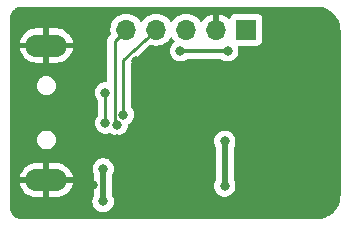
<source format=gbr>
%TF.GenerationSoftware,KiCad,Pcbnew,(7.0.0)*%
%TF.CreationDate,2023-02-23T15:33:30+08:00*%
%TF.ProjectId,CK,434b2e6b-6963-4616-945f-706362585858,rev?*%
%TF.SameCoordinates,Original*%
%TF.FileFunction,Copper,L2,Bot*%
%TF.FilePolarity,Positive*%
%FSLAX46Y46*%
G04 Gerber Fmt 4.6, Leading zero omitted, Abs format (unit mm)*
G04 Created by KiCad (PCBNEW (7.0.0)) date 2023-02-23 15:33:30*
%MOMM*%
%LPD*%
G01*
G04 APERTURE LIST*
%TA.AperFunction,ComponentPad*%
%ADD10R,1.700000X1.700000*%
%TD*%
%TA.AperFunction,ComponentPad*%
%ADD11O,1.700000X1.700000*%
%TD*%
%TA.AperFunction,ComponentPad*%
%ADD12O,3.500000X1.900000*%
%TD*%
%TA.AperFunction,ViaPad*%
%ADD13C,0.800000*%
%TD*%
%TA.AperFunction,Conductor*%
%ADD14C,0.250000*%
%TD*%
%TA.AperFunction,Conductor*%
%ADD15C,0.500000*%
%TD*%
%TA.AperFunction,Conductor*%
%ADD16C,0.300000*%
%TD*%
G04 APERTURE END LIST*
D10*
%TO.P,J2,1,Pin_1*%
%TO.N,/+3.3V*%
X112319999Y-98249999D03*
D11*
%TO.P,J2,2,Pin_2*%
%TO.N,/GND*%
X109779999Y-98249999D03*
%TO.P,J2,3,Pin_3*%
%TO.N,/DBG_TX*%
X107239999Y-98249999D03*
%TO.P,J2,4,Pin_4*%
%TO.N,/SWDCLK*%
X104699999Y-98249999D03*
%TO.P,J2,5,Pin_5*%
%TO.N,/SWDIO*%
X102159999Y-98249999D03*
%TD*%
D12*
%TO.P,J1,5,Shield*%
%TO.N,/GND*%
X95399999Y-99599999D03*
X95399999Y-110999999D03*
%TD*%
D13*
%TO.N,/GND*%
X99363000Y-111450000D03*
X106800000Y-112500000D03*
X103000000Y-100950000D03*
X106425000Y-104675000D03*
X104650000Y-104750000D03*
X106500000Y-102750000D03*
X104650000Y-102800000D03*
X109850000Y-105650000D03*
X108500000Y-108700000D03*
X107950000Y-106600000D03*
X103900000Y-111760000D03*
X97300000Y-113300000D03*
%TO.N,/+3.3V*%
X110500000Y-111500000D03*
X110500000Y-107700000D03*
X110750000Y-100050000D03*
X106750000Y-100050000D03*
%TO.N,/GND*%
X99800000Y-100250000D03*
X98100000Y-99900000D03*
X101400000Y-107550000D03*
%TO.N,/+5V_USB*%
X100200000Y-112800000D03*
X100212500Y-110037500D03*
%TO.N,/USB_DM*%
X100400000Y-106150000D03*
X100400000Y-103600000D03*
%TO.N,/SWDCLK*%
X101900000Y-105450000D03*
%TO.N,/SWDIO*%
X101386601Y-106310076D03*
%TD*%
D14*
%TO.N,/SWDIO*%
X101175000Y-99235000D02*
X101175000Y-106098475D01*
X102160000Y-98250000D02*
X101175000Y-99235000D01*
X101175000Y-106098475D02*
X101386601Y-106310076D01*
D15*
%TO.N,/+3.3V*%
X110500000Y-111500000D02*
X110500000Y-107700000D01*
D16*
X106750000Y-100050000D02*
X110750000Y-100050000D01*
D15*
%TO.N,/+5V_USB*%
X100212500Y-112787500D02*
X100200000Y-112800000D01*
X100212500Y-110037500D02*
X100212500Y-112787500D01*
D14*
%TO.N,/USB_DM*%
X100400000Y-103600000D02*
X100400000Y-106150000D01*
%TO.N,/SWDCLK*%
X101900000Y-105450000D02*
X101900000Y-100800000D01*
X101900000Y-100800000D02*
X104700000Y-98250000D01*
%TD*%
%TA.AperFunction,Conductor*%
%TO.N,/GND*%
G36*
X118304042Y-96300764D02*
G01*
X118383586Y-96305978D01*
X118383767Y-96305991D01*
X118561587Y-96318709D01*
X118576904Y-96320772D01*
X118688378Y-96342945D01*
X118690437Y-96343374D01*
X118830240Y-96373786D01*
X118843703Y-96377522D01*
X118957725Y-96416228D01*
X118961074Y-96417420D01*
X119088808Y-96465062D01*
X119100300Y-96470024D01*
X119210687Y-96524461D01*
X119215187Y-96526798D01*
X119332478Y-96590844D01*
X119341942Y-96596574D01*
X119445269Y-96665615D01*
X119450688Y-96669450D01*
X119556727Y-96748830D01*
X119564145Y-96754844D01*
X119657976Y-96837131D01*
X119663898Y-96842678D01*
X119757320Y-96936100D01*
X119762867Y-96942022D01*
X119845150Y-97035848D01*
X119851173Y-97043278D01*
X119877970Y-97079073D01*
X119930548Y-97149310D01*
X119934383Y-97154729D01*
X120003424Y-97258056D01*
X120009154Y-97267520D01*
X120073183Y-97384779D01*
X120075564Y-97389363D01*
X120129969Y-97499687D01*
X120134938Y-97511196D01*
X120182556Y-97638863D01*
X120183793Y-97642338D01*
X120222470Y-97756276D01*
X120226217Y-97769777D01*
X120256613Y-97909508D01*
X120257064Y-97911675D01*
X120279224Y-98023080D01*
X120281291Y-98038425D01*
X120293995Y-98216046D01*
X120294045Y-98216781D01*
X120299234Y-98295942D01*
X120299500Y-98304053D01*
X120299500Y-112295947D01*
X120299234Y-112304058D01*
X120294045Y-112383217D01*
X120293995Y-112383952D01*
X120281291Y-112561573D01*
X120279224Y-112576918D01*
X120257064Y-112688323D01*
X120256613Y-112690490D01*
X120226217Y-112830221D01*
X120222470Y-112843722D01*
X120183793Y-112957660D01*
X120182556Y-112961135D01*
X120134938Y-113088802D01*
X120129969Y-113100311D01*
X120075564Y-113210635D01*
X120073183Y-113215219D01*
X120009154Y-113332478D01*
X120003424Y-113341942D01*
X119934383Y-113445269D01*
X119930548Y-113450688D01*
X119851181Y-113556711D01*
X119845142Y-113564160D01*
X119762867Y-113657976D01*
X119757320Y-113663898D01*
X119663898Y-113757320D01*
X119657976Y-113762867D01*
X119564160Y-113845142D01*
X119556711Y-113851181D01*
X119450688Y-113930548D01*
X119445269Y-113934383D01*
X119341942Y-114003424D01*
X119332478Y-114009154D01*
X119215219Y-114073183D01*
X119210635Y-114075564D01*
X119100311Y-114129969D01*
X119088802Y-114134938D01*
X118961135Y-114182556D01*
X118957660Y-114183793D01*
X118843722Y-114222470D01*
X118830221Y-114226217D01*
X118690490Y-114256613D01*
X118688323Y-114257064D01*
X118576918Y-114279224D01*
X118561573Y-114281291D01*
X118383952Y-114293995D01*
X118383217Y-114294045D01*
X118304058Y-114299234D01*
X118295947Y-114299500D01*
X93305416Y-114299500D01*
X93294606Y-114299028D01*
X93292001Y-114298800D01*
X93255223Y-114295581D01*
X93253882Y-114295456D01*
X93128238Y-114283082D01*
X93108298Y-114279454D01*
X93043616Y-114262123D01*
X93039713Y-114261008D01*
X92948436Y-114233319D01*
X92932027Y-114227041D01*
X92866163Y-114196328D01*
X92860114Y-114193304D01*
X92780952Y-114150990D01*
X92768283Y-114143207D01*
X92707109Y-114100373D01*
X92699568Y-114094652D01*
X92631543Y-114038826D01*
X92622526Y-114030653D01*
X92569345Y-113977472D01*
X92561172Y-113968455D01*
X92505346Y-113900430D01*
X92499625Y-113892889D01*
X92456791Y-113831715D01*
X92449008Y-113819046D01*
X92416014Y-113757320D01*
X92406685Y-113739867D01*
X92403686Y-113733867D01*
X92372952Y-113667959D01*
X92366682Y-113651570D01*
X92338966Y-113560203D01*
X92337899Y-113556467D01*
X92320541Y-113491685D01*
X92316918Y-113471776D01*
X92304526Y-113345961D01*
X92304426Y-113344880D01*
X92300972Y-113305392D01*
X92300500Y-113294587D01*
X92300500Y-112800000D01*
X99294540Y-112800000D01*
X99295219Y-112806460D01*
X99313646Y-112981795D01*
X99313647Y-112981803D01*
X99314326Y-112988256D01*
X99316331Y-112994428D01*
X99316333Y-112994435D01*
X99350735Y-113100311D01*
X99372821Y-113168284D01*
X99467467Y-113332216D01*
X99594129Y-113472888D01*
X99599387Y-113476708D01*
X99599388Y-113476709D01*
X99655144Y-113517218D01*
X99747270Y-113584151D01*
X99920197Y-113661144D01*
X100105354Y-113700500D01*
X100288143Y-113700500D01*
X100294646Y-113700500D01*
X100479803Y-113661144D01*
X100652730Y-113584151D01*
X100805871Y-113472888D01*
X100932533Y-113332216D01*
X101027179Y-113168284D01*
X101085674Y-112988256D01*
X101105460Y-112800000D01*
X101085674Y-112611744D01*
X101027179Y-112431716D01*
X100979612Y-112349328D01*
X100963000Y-112287329D01*
X100963000Y-111500000D01*
X109594540Y-111500000D01*
X109595219Y-111506460D01*
X109613646Y-111681795D01*
X109613647Y-111681803D01*
X109614326Y-111688256D01*
X109616331Y-111694428D01*
X109616333Y-111694435D01*
X109647801Y-111791281D01*
X109672821Y-111868284D01*
X109676068Y-111873908D01*
X109676069Y-111873910D01*
X109742455Y-111988895D01*
X109767467Y-112032216D01*
X109894129Y-112172888D01*
X110047270Y-112284151D01*
X110220197Y-112361144D01*
X110405354Y-112400500D01*
X110588143Y-112400500D01*
X110594646Y-112400500D01*
X110779803Y-112361144D01*
X110952730Y-112284151D01*
X111105871Y-112172888D01*
X111232533Y-112032216D01*
X111327179Y-111868284D01*
X111385674Y-111688256D01*
X111405460Y-111500000D01*
X111385674Y-111311744D01*
X111327179Y-111131716D01*
X111267112Y-111027678D01*
X111250500Y-110965679D01*
X111250500Y-108234321D01*
X111267113Y-108172321D01*
X111327179Y-108068284D01*
X111385674Y-107888256D01*
X111405460Y-107700000D01*
X111385674Y-107511744D01*
X111327179Y-107331716D01*
X111232533Y-107167784D01*
X111125711Y-107049147D01*
X111110220Y-107031942D01*
X111110219Y-107031941D01*
X111105871Y-107027112D01*
X111100613Y-107023292D01*
X111100611Y-107023290D01*
X110957988Y-106919669D01*
X110957987Y-106919668D01*
X110952730Y-106915849D01*
X110946792Y-106913205D01*
X110785745Y-106841501D01*
X110785740Y-106841499D01*
X110779803Y-106838856D01*
X110773444Y-106837504D01*
X110773440Y-106837503D01*
X110601008Y-106800852D01*
X110601005Y-106800851D01*
X110594646Y-106799500D01*
X110405354Y-106799500D01*
X110398995Y-106800851D01*
X110398991Y-106800852D01*
X110226559Y-106837503D01*
X110226552Y-106837505D01*
X110220197Y-106838856D01*
X110214262Y-106841498D01*
X110214254Y-106841501D01*
X110053207Y-106913205D01*
X110053202Y-106913207D01*
X110047270Y-106915849D01*
X110042016Y-106919665D01*
X110042011Y-106919669D01*
X109899388Y-107023290D01*
X109899381Y-107023295D01*
X109894129Y-107027112D01*
X109889784Y-107031937D01*
X109889779Y-107031942D01*
X109771813Y-107162956D01*
X109771808Y-107162962D01*
X109767467Y-107167784D01*
X109764222Y-107173404D01*
X109764218Y-107173410D01*
X109676069Y-107326089D01*
X109676066Y-107326094D01*
X109672821Y-107331716D01*
X109670815Y-107337888D01*
X109670813Y-107337894D01*
X109616333Y-107505564D01*
X109616331Y-107505573D01*
X109614326Y-107511744D01*
X109613648Y-107518194D01*
X109613646Y-107518204D01*
X109595962Y-107686464D01*
X109594540Y-107700000D01*
X109595219Y-107706460D01*
X109613646Y-107881795D01*
X109613647Y-107881803D01*
X109614326Y-107888256D01*
X109616331Y-107894428D01*
X109616333Y-107894435D01*
X109636146Y-107955412D01*
X109672821Y-108068284D01*
X109676068Y-108073908D01*
X109676069Y-108073910D01*
X109732887Y-108172321D01*
X109749500Y-108234321D01*
X109749500Y-110965679D01*
X109732887Y-111027679D01*
X109676069Y-111126089D01*
X109676066Y-111126094D01*
X109672821Y-111131716D01*
X109670815Y-111137888D01*
X109670813Y-111137894D01*
X109616333Y-111305564D01*
X109616331Y-111305573D01*
X109614326Y-111311744D01*
X109613648Y-111318194D01*
X109613646Y-111318204D01*
X109595962Y-111486464D01*
X109594540Y-111500000D01*
X100963000Y-111500000D01*
X100963000Y-110571821D01*
X100979613Y-110509821D01*
X101031244Y-110420393D01*
X101039679Y-110405784D01*
X101098174Y-110225756D01*
X101117960Y-110037500D01*
X101098174Y-109849244D01*
X101039679Y-109669216D01*
X100945033Y-109505284D01*
X100818371Y-109364612D01*
X100813113Y-109360792D01*
X100813111Y-109360790D01*
X100670488Y-109257169D01*
X100670487Y-109257168D01*
X100665230Y-109253349D01*
X100659292Y-109250705D01*
X100498245Y-109179001D01*
X100498240Y-109178999D01*
X100492303Y-109176356D01*
X100485944Y-109175004D01*
X100485940Y-109175003D01*
X100313508Y-109138352D01*
X100313505Y-109138351D01*
X100307146Y-109137000D01*
X100117854Y-109137000D01*
X100111495Y-109138351D01*
X100111491Y-109138352D01*
X99939059Y-109175003D01*
X99939052Y-109175005D01*
X99932697Y-109176356D01*
X99926762Y-109178998D01*
X99926754Y-109179001D01*
X99765707Y-109250705D01*
X99765702Y-109250707D01*
X99759770Y-109253349D01*
X99754516Y-109257165D01*
X99754511Y-109257169D01*
X99611888Y-109360790D01*
X99611881Y-109360795D01*
X99606629Y-109364612D01*
X99602284Y-109369437D01*
X99602279Y-109369442D01*
X99484313Y-109500456D01*
X99484308Y-109500462D01*
X99479967Y-109505284D01*
X99476722Y-109510904D01*
X99476718Y-109510910D01*
X99388569Y-109663589D01*
X99388566Y-109663594D01*
X99385321Y-109669216D01*
X99383315Y-109675388D01*
X99383313Y-109675394D01*
X99328833Y-109843064D01*
X99328831Y-109843073D01*
X99326826Y-109849244D01*
X99326148Y-109855694D01*
X99326146Y-109855704D01*
X99309814Y-110011104D01*
X99307040Y-110037500D01*
X99307719Y-110043960D01*
X99326146Y-110219295D01*
X99326147Y-110219303D01*
X99326826Y-110225756D01*
X99328831Y-110231928D01*
X99328833Y-110231935D01*
X99383313Y-110399605D01*
X99385321Y-110405784D01*
X99388568Y-110411408D01*
X99388569Y-110411410D01*
X99445387Y-110509821D01*
X99462000Y-110571821D01*
X99462000Y-112244028D01*
X99445387Y-112306028D01*
X99376069Y-112426089D01*
X99376066Y-112426094D01*
X99372821Y-112431716D01*
X99370815Y-112437888D01*
X99370813Y-112437894D01*
X99316333Y-112605564D01*
X99316331Y-112605573D01*
X99314326Y-112611744D01*
X99313648Y-112618194D01*
X99313646Y-112618204D01*
X99295962Y-112786464D01*
X99294540Y-112800000D01*
X92300500Y-112800000D01*
X92300500Y-111263320D01*
X93173891Y-111263320D01*
X93188708Y-111352116D01*
X93191219Y-111362027D01*
X93265913Y-111579606D01*
X93270016Y-111588960D01*
X93379507Y-111791281D01*
X93385101Y-111799843D01*
X93526394Y-111981375D01*
X93533315Y-111988895D01*
X93702570Y-112144705D01*
X93710627Y-112150976D01*
X93903222Y-112276804D01*
X93912205Y-112281666D01*
X94122875Y-112374074D01*
X94132542Y-112377393D01*
X94355544Y-112433865D01*
X94365639Y-112435549D01*
X94537466Y-112449787D01*
X94542603Y-112450000D01*
X95133674Y-112450000D01*
X95146549Y-112446549D01*
X95150000Y-112433674D01*
X95650000Y-112433674D01*
X95653450Y-112446549D01*
X95666326Y-112450000D01*
X96257397Y-112450000D01*
X96262533Y-112449787D01*
X96434360Y-112435549D01*
X96444455Y-112433865D01*
X96667457Y-112377393D01*
X96677124Y-112374074D01*
X96887794Y-112281666D01*
X96896777Y-112276804D01*
X97089372Y-112150976D01*
X97097429Y-112144705D01*
X97266684Y-111988895D01*
X97273605Y-111981375D01*
X97414898Y-111799843D01*
X97420492Y-111791281D01*
X97529983Y-111588960D01*
X97534086Y-111579606D01*
X97608780Y-111362027D01*
X97611291Y-111352116D01*
X97626108Y-111263320D01*
X97625541Y-111252363D01*
X97614824Y-111250000D01*
X95666326Y-111250000D01*
X95653450Y-111253450D01*
X95650000Y-111266326D01*
X95650000Y-112433674D01*
X95150000Y-112433674D01*
X95150000Y-111266326D01*
X95146549Y-111253450D01*
X95133674Y-111250000D01*
X93185176Y-111250000D01*
X93174458Y-111252363D01*
X93173891Y-111263320D01*
X92300500Y-111263320D01*
X92300500Y-110736679D01*
X93173891Y-110736679D01*
X93174458Y-110747636D01*
X93185176Y-110750000D01*
X95133674Y-110750000D01*
X95146549Y-110746549D01*
X95150000Y-110733674D01*
X95650000Y-110733674D01*
X95653450Y-110746549D01*
X95666326Y-110750000D01*
X97614824Y-110750000D01*
X97625541Y-110747636D01*
X97626108Y-110736679D01*
X97611291Y-110647883D01*
X97608780Y-110637972D01*
X97534086Y-110420393D01*
X97529983Y-110411039D01*
X97420492Y-110208718D01*
X97414898Y-110200156D01*
X97273605Y-110018624D01*
X97266684Y-110011104D01*
X97097429Y-109855294D01*
X97089372Y-109849023D01*
X96896777Y-109723195D01*
X96887794Y-109718333D01*
X96677124Y-109625925D01*
X96667457Y-109622606D01*
X96444455Y-109566134D01*
X96434360Y-109564450D01*
X96262533Y-109550212D01*
X96257397Y-109550000D01*
X95666326Y-109550000D01*
X95653450Y-109553450D01*
X95650000Y-109566326D01*
X95650000Y-110733674D01*
X95150000Y-110733674D01*
X95150000Y-109566326D01*
X95146549Y-109553450D01*
X95133674Y-109550000D01*
X94542603Y-109550000D01*
X94537466Y-109550212D01*
X94365639Y-109564450D01*
X94355544Y-109566134D01*
X94132542Y-109622606D01*
X94122875Y-109625925D01*
X93912205Y-109718333D01*
X93903222Y-109723195D01*
X93710627Y-109849023D01*
X93702570Y-109855294D01*
X93533315Y-110011104D01*
X93526394Y-110018624D01*
X93385101Y-110200156D01*
X93379507Y-110208718D01*
X93270016Y-110411039D01*
X93265913Y-110420393D01*
X93191219Y-110637972D01*
X93188708Y-110647883D01*
X93173891Y-110736679D01*
X92300500Y-110736679D01*
X92300500Y-107600000D01*
X94594435Y-107600000D01*
X94614632Y-107779255D01*
X94616928Y-107785819D01*
X94616930Y-107785824D01*
X94650512Y-107881795D01*
X94674211Y-107949522D01*
X94770184Y-108102262D01*
X94897738Y-108229816D01*
X95050478Y-108325789D01*
X95220745Y-108385368D01*
X95355046Y-108400500D01*
X95441470Y-108400500D01*
X95444954Y-108400500D01*
X95579255Y-108385368D01*
X95749522Y-108325789D01*
X95902262Y-108229816D01*
X96029816Y-108102262D01*
X96125789Y-107949522D01*
X96185368Y-107779255D01*
X96205565Y-107600000D01*
X96185368Y-107420745D01*
X96125789Y-107250478D01*
X96029816Y-107097738D01*
X95902262Y-106970184D01*
X95749522Y-106874211D01*
X95742959Y-106871914D01*
X95742956Y-106871913D01*
X95585825Y-106816931D01*
X95579255Y-106814632D01*
X95572333Y-106813852D01*
X95448418Y-106799890D01*
X95448412Y-106799889D01*
X95444954Y-106799500D01*
X95355046Y-106799500D01*
X95351588Y-106799889D01*
X95351581Y-106799890D01*
X95227666Y-106813852D01*
X95227664Y-106813852D01*
X95220745Y-106814632D01*
X95214176Y-106816930D01*
X95214174Y-106816931D01*
X95057043Y-106871913D01*
X95057036Y-106871915D01*
X95050478Y-106874211D01*
X95044590Y-106877910D01*
X95044587Y-106877912D01*
X94903638Y-106966476D01*
X94903633Y-106966479D01*
X94897738Y-106970184D01*
X94892813Y-106975108D01*
X94892809Y-106975112D01*
X94775112Y-107092809D01*
X94775108Y-107092813D01*
X94770184Y-107097738D01*
X94766479Y-107103633D01*
X94766476Y-107103638D01*
X94677912Y-107244587D01*
X94677910Y-107244590D01*
X94674211Y-107250478D01*
X94671915Y-107257036D01*
X94671913Y-107257043D01*
X94616930Y-107414175D01*
X94616928Y-107414182D01*
X94614632Y-107420745D01*
X94594435Y-107600000D01*
X92300500Y-107600000D01*
X92300500Y-106150000D01*
X99494540Y-106150000D01*
X99495219Y-106156460D01*
X99513646Y-106331795D01*
X99513647Y-106331803D01*
X99514326Y-106338256D01*
X99516331Y-106344428D01*
X99516333Y-106344435D01*
X99566338Y-106498332D01*
X99572821Y-106518284D01*
X99667467Y-106682216D01*
X99671811Y-106687041D01*
X99671813Y-106687043D01*
X99785993Y-106813852D01*
X99794129Y-106822888D01*
X99947270Y-106934151D01*
X100120197Y-107011144D01*
X100305354Y-107050500D01*
X100488143Y-107050500D01*
X100494646Y-107050500D01*
X100679803Y-107011144D01*
X100701027Y-107001693D01*
X100764424Y-106991652D01*
X100824349Y-107014655D01*
X100933871Y-107094227D01*
X101106798Y-107171220D01*
X101291955Y-107210576D01*
X101474744Y-107210576D01*
X101481247Y-107210576D01*
X101666404Y-107171220D01*
X101839331Y-107094227D01*
X101992472Y-106982964D01*
X102119134Y-106842292D01*
X102213780Y-106678360D01*
X102272275Y-106498332D01*
X102290121Y-106328532D01*
X102309447Y-106273960D01*
X102350221Y-106235267D01*
X102352730Y-106234151D01*
X102505871Y-106122888D01*
X102632533Y-105982216D01*
X102727179Y-105818284D01*
X102785674Y-105638256D01*
X102805460Y-105450000D01*
X102785674Y-105261744D01*
X102727179Y-105081716D01*
X102632533Y-104917784D01*
X102557349Y-104834284D01*
X102533736Y-104795751D01*
X102525500Y-104751313D01*
X102525500Y-101131158D01*
X102536078Y-101081044D01*
X102566007Y-101039480D01*
X102938220Y-100700500D01*
X104181460Y-99568263D01*
X104235661Y-99539452D01*
X104297039Y-99540167D01*
X104464592Y-99585063D01*
X104700000Y-99605659D01*
X104935408Y-99585063D01*
X105163663Y-99523903D01*
X105377830Y-99424035D01*
X105571401Y-99288495D01*
X105738495Y-99121401D01*
X105868426Y-98935839D01*
X105912742Y-98896976D01*
X105969999Y-98882965D01*
X106027256Y-98896976D01*
X106071574Y-98935841D01*
X106198399Y-99116966D01*
X106198402Y-99116970D01*
X106201505Y-99121401D01*
X106205336Y-99125232D01*
X106222805Y-99142701D01*
X106251460Y-99187463D01*
X106258742Y-99240111D01*
X106243314Y-99290971D01*
X106208010Y-99330699D01*
X106144129Y-99377112D01*
X106139784Y-99381937D01*
X106139779Y-99381942D01*
X106021813Y-99512956D01*
X106021808Y-99512962D01*
X106017467Y-99517784D01*
X106014222Y-99523404D01*
X106014218Y-99523410D01*
X105926069Y-99676089D01*
X105926066Y-99676094D01*
X105922821Y-99681716D01*
X105920815Y-99687888D01*
X105920813Y-99687894D01*
X105866333Y-99855564D01*
X105866331Y-99855573D01*
X105864326Y-99861744D01*
X105863648Y-99868194D01*
X105863646Y-99868204D01*
X105853786Y-99962027D01*
X105844540Y-100050000D01*
X105845219Y-100056460D01*
X105863646Y-100231795D01*
X105863647Y-100231803D01*
X105864326Y-100238256D01*
X105866331Y-100244428D01*
X105866333Y-100244435D01*
X105914047Y-100391281D01*
X105922821Y-100418284D01*
X106017467Y-100582216D01*
X106144129Y-100722888D01*
X106297270Y-100834151D01*
X106470197Y-100911144D01*
X106655354Y-100950500D01*
X106838143Y-100950500D01*
X106844646Y-100950500D01*
X107029803Y-100911144D01*
X107202730Y-100834151D01*
X107354089Y-100724182D01*
X107388657Y-100706569D01*
X107426975Y-100700500D01*
X110073025Y-100700500D01*
X110111343Y-100706569D01*
X110145910Y-100724182D01*
X110297270Y-100834151D01*
X110470197Y-100911144D01*
X110655354Y-100950500D01*
X110838143Y-100950500D01*
X110844646Y-100950500D01*
X111029803Y-100911144D01*
X111202730Y-100834151D01*
X111355871Y-100722888D01*
X111482533Y-100582216D01*
X111577179Y-100418284D01*
X111635674Y-100238256D01*
X111655460Y-100050000D01*
X111635674Y-99861744D01*
X111603529Y-99762814D01*
X111598988Y-99705102D01*
X111621143Y-99651614D01*
X111665166Y-99614014D01*
X111721461Y-99600499D01*
X113214561Y-99600499D01*
X113217872Y-99600499D01*
X113277483Y-99594091D01*
X113412331Y-99543796D01*
X113527546Y-99457546D01*
X113613796Y-99342331D01*
X113664091Y-99207483D01*
X113670500Y-99147873D01*
X113670499Y-97352128D01*
X113664091Y-97292517D01*
X113613796Y-97157669D01*
X113527546Y-97042454D01*
X113437030Y-96974694D01*
X113419431Y-96961519D01*
X113419430Y-96961518D01*
X113412331Y-96956204D01*
X113305442Y-96916337D01*
X113284752Y-96908620D01*
X113284750Y-96908619D01*
X113277483Y-96905909D01*
X113269770Y-96905079D01*
X113269767Y-96905079D01*
X113221180Y-96899855D01*
X113221169Y-96899854D01*
X113217873Y-96899500D01*
X113214550Y-96899500D01*
X111425439Y-96899500D01*
X111425420Y-96899500D01*
X111422128Y-96899501D01*
X111418850Y-96899853D01*
X111418838Y-96899854D01*
X111370231Y-96905079D01*
X111370225Y-96905080D01*
X111362517Y-96905909D01*
X111355252Y-96908618D01*
X111355246Y-96908620D01*
X111235980Y-96953104D01*
X111235978Y-96953104D01*
X111227669Y-96956204D01*
X111220572Y-96961516D01*
X111220568Y-96961519D01*
X111119550Y-97037141D01*
X111119546Y-97037144D01*
X111112454Y-97042454D01*
X111107144Y-97049546D01*
X111107141Y-97049550D01*
X111031519Y-97150568D01*
X111031516Y-97150572D01*
X111026204Y-97157669D01*
X111023104Y-97165978D01*
X111023105Y-97165978D01*
X110976997Y-97289599D01*
X110942018Y-97339978D01*
X110887173Y-97367431D01*
X110825880Y-97365242D01*
X110773134Y-97333946D01*
X110654909Y-97215721D01*
X110646643Y-97208784D01*
X110462008Y-97079501D01*
X110452676Y-97074113D01*
X110248397Y-96978856D01*
X110238263Y-96975168D01*
X110043780Y-96923056D01*
X110032551Y-96922688D01*
X110030000Y-96933631D01*
X110030000Y-98376000D01*
X110013387Y-98438000D01*
X109968000Y-98483387D01*
X109906000Y-98500000D01*
X109654000Y-98500000D01*
X109592000Y-98483387D01*
X109546613Y-98438000D01*
X109530000Y-98376000D01*
X109530000Y-96933631D01*
X109527448Y-96922688D01*
X109516219Y-96923056D01*
X109321736Y-96975168D01*
X109311602Y-96978856D01*
X109107332Y-97074110D01*
X109097982Y-97079508D01*
X108913357Y-97208784D01*
X108905092Y-97215719D01*
X108745719Y-97375092D01*
X108738788Y-97383352D01*
X108611880Y-97564596D01*
X108567562Y-97603461D01*
X108510305Y-97617472D01*
X108453048Y-97603461D01*
X108408730Y-97564595D01*
X108281600Y-97383034D01*
X108278495Y-97378599D01*
X108111401Y-97211505D01*
X108106970Y-97208402D01*
X108106966Y-97208399D01*
X107922259Y-97079066D01*
X107922257Y-97079064D01*
X107917830Y-97075965D01*
X107912933Y-97073681D01*
X107912927Y-97073678D01*
X107708572Y-96978386D01*
X107708570Y-96978385D01*
X107703663Y-96976097D01*
X107698438Y-96974697D01*
X107698430Y-96974694D01*
X107480634Y-96916337D01*
X107480630Y-96916336D01*
X107475408Y-96914937D01*
X107470020Y-96914465D01*
X107470017Y-96914465D01*
X107245395Y-96894813D01*
X107240000Y-96894341D01*
X107234605Y-96894813D01*
X107009982Y-96914465D01*
X107009977Y-96914465D01*
X107004592Y-96914937D01*
X106999371Y-96916335D01*
X106999365Y-96916337D01*
X106781569Y-96974694D01*
X106781557Y-96974698D01*
X106776337Y-96976097D01*
X106771432Y-96978383D01*
X106771427Y-96978386D01*
X106567081Y-97073675D01*
X106567077Y-97073677D01*
X106562171Y-97075965D01*
X106557738Y-97079068D01*
X106557731Y-97079073D01*
X106373034Y-97208399D01*
X106373029Y-97208402D01*
X106368599Y-97211505D01*
X106364775Y-97215328D01*
X106364769Y-97215334D01*
X106205334Y-97374769D01*
X106205328Y-97374775D01*
X106201505Y-97378599D01*
X106198402Y-97383029D01*
X106198399Y-97383034D01*
X106071575Y-97564159D01*
X106027257Y-97603025D01*
X105970000Y-97617036D01*
X105912743Y-97603025D01*
X105868425Y-97564159D01*
X105741600Y-97383034D01*
X105738495Y-97378599D01*
X105571401Y-97211505D01*
X105566970Y-97208402D01*
X105566966Y-97208399D01*
X105382259Y-97079066D01*
X105382257Y-97079064D01*
X105377830Y-97075965D01*
X105372933Y-97073681D01*
X105372927Y-97073678D01*
X105168572Y-96978386D01*
X105168570Y-96978385D01*
X105163663Y-96976097D01*
X105158438Y-96974697D01*
X105158430Y-96974694D01*
X104940634Y-96916337D01*
X104940630Y-96916336D01*
X104935408Y-96914937D01*
X104930020Y-96914465D01*
X104930017Y-96914465D01*
X104705395Y-96894813D01*
X104700000Y-96894341D01*
X104694605Y-96894813D01*
X104469982Y-96914465D01*
X104469977Y-96914465D01*
X104464592Y-96914937D01*
X104459371Y-96916335D01*
X104459365Y-96916337D01*
X104241569Y-96974694D01*
X104241557Y-96974698D01*
X104236337Y-96976097D01*
X104231432Y-96978383D01*
X104231427Y-96978386D01*
X104027081Y-97073675D01*
X104027077Y-97073677D01*
X104022171Y-97075965D01*
X104017738Y-97079068D01*
X104017731Y-97079073D01*
X103833034Y-97208399D01*
X103833029Y-97208402D01*
X103828599Y-97211505D01*
X103824775Y-97215328D01*
X103824769Y-97215334D01*
X103665334Y-97374769D01*
X103665328Y-97374775D01*
X103661505Y-97378599D01*
X103658402Y-97383029D01*
X103658399Y-97383034D01*
X103531575Y-97564159D01*
X103487257Y-97603025D01*
X103430000Y-97617036D01*
X103372743Y-97603025D01*
X103328425Y-97564159D01*
X103201600Y-97383034D01*
X103198495Y-97378599D01*
X103031401Y-97211505D01*
X103026970Y-97208402D01*
X103026966Y-97208399D01*
X102842259Y-97079066D01*
X102842257Y-97079064D01*
X102837830Y-97075965D01*
X102832933Y-97073681D01*
X102832927Y-97073678D01*
X102628572Y-96978386D01*
X102628570Y-96978385D01*
X102623663Y-96976097D01*
X102618438Y-96974697D01*
X102618430Y-96974694D01*
X102400634Y-96916337D01*
X102400630Y-96916336D01*
X102395408Y-96914937D01*
X102390020Y-96914465D01*
X102390017Y-96914465D01*
X102165395Y-96894813D01*
X102160000Y-96894341D01*
X102154605Y-96894813D01*
X101929982Y-96914465D01*
X101929977Y-96914465D01*
X101924592Y-96914937D01*
X101919371Y-96916335D01*
X101919365Y-96916337D01*
X101701569Y-96974694D01*
X101701557Y-96974698D01*
X101696337Y-96976097D01*
X101691432Y-96978383D01*
X101691427Y-96978386D01*
X101487081Y-97073675D01*
X101487077Y-97073677D01*
X101482171Y-97075965D01*
X101477738Y-97079068D01*
X101477731Y-97079073D01*
X101293034Y-97208399D01*
X101293029Y-97208402D01*
X101288599Y-97211505D01*
X101284775Y-97215328D01*
X101284769Y-97215334D01*
X101125334Y-97374769D01*
X101125328Y-97374775D01*
X101121505Y-97378599D01*
X101118402Y-97383029D01*
X101118399Y-97383034D01*
X100989073Y-97567731D01*
X100989068Y-97567738D01*
X100985965Y-97572171D01*
X100983677Y-97577077D01*
X100983675Y-97577081D01*
X100888386Y-97781427D01*
X100888383Y-97781432D01*
X100886097Y-97786337D01*
X100884698Y-97791557D01*
X100884694Y-97791569D01*
X100826337Y-98009365D01*
X100826335Y-98009371D01*
X100824937Y-98014592D01*
X100824465Y-98019977D01*
X100824465Y-98019982D01*
X100812788Y-98153450D01*
X100804341Y-98250000D01*
X100804813Y-98255395D01*
X100821753Y-98449023D01*
X100824937Y-98485408D01*
X100826337Y-98490636D01*
X100826338Y-98490637D01*
X100851855Y-98585873D01*
X100851855Y-98650059D01*
X100819761Y-98705646D01*
X100787696Y-98737711D01*
X100779511Y-98745159D01*
X100773123Y-98749214D01*
X100767788Y-98754894D01*
X100767783Y-98754899D01*
X100727096Y-98798225D01*
X100724392Y-98801016D01*
X100707628Y-98817780D01*
X100707621Y-98817787D01*
X100704880Y-98820529D01*
X100702500Y-98823596D01*
X100702489Y-98823609D01*
X100702400Y-98823725D01*
X100694842Y-98832570D01*
X100670280Y-98858727D01*
X100670273Y-98858736D01*
X100664938Y-98864418D01*
X100661182Y-98871249D01*
X100661179Y-98871254D01*
X100655285Y-98881975D01*
X100644609Y-98898227D01*
X100637109Y-98907896D01*
X100637101Y-98907907D01*
X100632327Y-98914064D01*
X100629234Y-98921208D01*
X100629229Y-98921219D01*
X100614974Y-98954160D01*
X100609838Y-98964643D01*
X100588803Y-99002908D01*
X100586864Y-99010456D01*
X100586863Y-99010461D01*
X100583822Y-99022307D01*
X100577521Y-99040711D01*
X100572658Y-99051948D01*
X100572656Y-99051952D01*
X100569562Y-99059104D01*
X100568342Y-99066803D01*
X100568342Y-99066805D01*
X100562729Y-99102241D01*
X100560361Y-99113676D01*
X100551438Y-99148428D01*
X100551436Y-99148436D01*
X100549500Y-99155981D01*
X100549500Y-99163777D01*
X100549500Y-99176017D01*
X100547974Y-99195402D01*
X100544840Y-99215196D01*
X100545574Y-99222961D01*
X100545574Y-99222964D01*
X100548950Y-99258676D01*
X100549500Y-99270345D01*
X100549500Y-102575500D01*
X100532887Y-102637500D01*
X100487500Y-102682887D01*
X100425500Y-102699500D01*
X100305354Y-102699500D01*
X100298995Y-102700851D01*
X100298991Y-102700852D01*
X100126559Y-102737503D01*
X100126552Y-102737505D01*
X100120197Y-102738856D01*
X100114262Y-102741498D01*
X100114254Y-102741501D01*
X99953207Y-102813205D01*
X99953202Y-102813207D01*
X99947270Y-102815849D01*
X99942016Y-102819665D01*
X99942011Y-102819669D01*
X99799388Y-102923290D01*
X99799381Y-102923295D01*
X99794129Y-102927112D01*
X99789784Y-102931937D01*
X99789779Y-102931942D01*
X99671813Y-103062956D01*
X99671808Y-103062962D01*
X99667467Y-103067784D01*
X99664222Y-103073404D01*
X99664218Y-103073410D01*
X99576069Y-103226089D01*
X99576066Y-103226094D01*
X99572821Y-103231716D01*
X99570815Y-103237888D01*
X99570813Y-103237894D01*
X99516333Y-103405564D01*
X99516331Y-103405573D01*
X99514326Y-103411744D01*
X99513648Y-103418194D01*
X99513646Y-103418204D01*
X99504812Y-103502262D01*
X99494540Y-103600000D01*
X99495219Y-103606460D01*
X99513646Y-103781795D01*
X99513647Y-103781803D01*
X99514326Y-103788256D01*
X99516331Y-103794428D01*
X99516333Y-103794435D01*
X99518177Y-103800109D01*
X99572821Y-103968284D01*
X99667467Y-104132216D01*
X99671811Y-104137041D01*
X99671813Y-104137043D01*
X99742650Y-104215715D01*
X99766264Y-104254249D01*
X99774500Y-104298687D01*
X99774500Y-105451313D01*
X99766264Y-105495751D01*
X99742650Y-105534285D01*
X99671813Y-105612956D01*
X99671808Y-105612962D01*
X99667467Y-105617784D01*
X99664222Y-105623404D01*
X99664218Y-105623410D01*
X99576069Y-105776089D01*
X99576066Y-105776094D01*
X99572821Y-105781716D01*
X99570815Y-105787888D01*
X99570813Y-105787894D01*
X99516333Y-105955564D01*
X99516331Y-105955573D01*
X99514326Y-105961744D01*
X99513648Y-105968194D01*
X99513646Y-105968204D01*
X99496988Y-106126709D01*
X99494540Y-106150000D01*
X92300500Y-106150000D01*
X92300500Y-103000000D01*
X94594435Y-103000000D01*
X94614632Y-103179255D01*
X94616928Y-103185819D01*
X94616930Y-103185824D01*
X94671913Y-103342956D01*
X94674211Y-103349522D01*
X94770184Y-103502262D01*
X94897738Y-103629816D01*
X95050478Y-103725789D01*
X95220745Y-103785368D01*
X95355046Y-103800500D01*
X95441470Y-103800500D01*
X95444954Y-103800500D01*
X95579255Y-103785368D01*
X95749522Y-103725789D01*
X95902262Y-103629816D01*
X96029816Y-103502262D01*
X96125789Y-103349522D01*
X96185368Y-103179255D01*
X96205565Y-103000000D01*
X96185368Y-102820745D01*
X96125789Y-102650478D01*
X96029816Y-102497738D01*
X95902262Y-102370184D01*
X95749522Y-102274211D01*
X95742959Y-102271914D01*
X95742956Y-102271913D01*
X95585825Y-102216931D01*
X95579255Y-102214632D01*
X95572333Y-102213852D01*
X95448418Y-102199890D01*
X95448412Y-102199889D01*
X95444954Y-102199500D01*
X95355046Y-102199500D01*
X95351588Y-102199889D01*
X95351581Y-102199890D01*
X95227666Y-102213852D01*
X95227664Y-102213852D01*
X95220745Y-102214632D01*
X95214176Y-102216930D01*
X95214174Y-102216931D01*
X95057043Y-102271913D01*
X95057036Y-102271915D01*
X95050478Y-102274211D01*
X95044590Y-102277910D01*
X95044587Y-102277912D01*
X94903638Y-102366476D01*
X94903633Y-102366479D01*
X94897738Y-102370184D01*
X94892813Y-102375108D01*
X94892809Y-102375112D01*
X94775112Y-102492809D01*
X94775108Y-102492813D01*
X94770184Y-102497738D01*
X94766479Y-102503633D01*
X94766476Y-102503638D01*
X94677912Y-102644587D01*
X94677910Y-102644590D01*
X94674211Y-102650478D01*
X94671915Y-102657036D01*
X94671913Y-102657043D01*
X94616930Y-102814175D01*
X94616928Y-102814182D01*
X94614632Y-102820745D01*
X94594435Y-103000000D01*
X92300500Y-103000000D01*
X92300500Y-99863320D01*
X93173891Y-99863320D01*
X93188708Y-99952116D01*
X93191219Y-99962027D01*
X93265913Y-100179606D01*
X93270016Y-100188960D01*
X93379507Y-100391281D01*
X93385101Y-100399843D01*
X93526394Y-100581375D01*
X93533315Y-100588895D01*
X93702570Y-100744705D01*
X93710627Y-100750976D01*
X93903222Y-100876804D01*
X93912205Y-100881666D01*
X94122875Y-100974074D01*
X94132542Y-100977393D01*
X94355544Y-101033865D01*
X94365639Y-101035549D01*
X94537466Y-101049787D01*
X94542603Y-101050000D01*
X95133674Y-101050000D01*
X95146549Y-101046549D01*
X95150000Y-101033674D01*
X95650000Y-101033674D01*
X95653450Y-101046549D01*
X95666326Y-101050000D01*
X96257397Y-101050000D01*
X96262533Y-101049787D01*
X96434360Y-101035549D01*
X96444455Y-101033865D01*
X96667457Y-100977393D01*
X96677124Y-100974074D01*
X96887794Y-100881666D01*
X96896777Y-100876804D01*
X97089372Y-100750976D01*
X97097429Y-100744705D01*
X97266684Y-100588895D01*
X97273605Y-100581375D01*
X97414898Y-100399843D01*
X97420492Y-100391281D01*
X97529983Y-100188960D01*
X97534086Y-100179606D01*
X97608780Y-99962027D01*
X97611291Y-99952116D01*
X97626108Y-99863320D01*
X97625541Y-99852363D01*
X97614824Y-99850000D01*
X95666326Y-99850000D01*
X95653450Y-99853450D01*
X95650000Y-99866326D01*
X95650000Y-101033674D01*
X95150000Y-101033674D01*
X95150000Y-99866326D01*
X95146549Y-99853450D01*
X95133674Y-99850000D01*
X93185176Y-99850000D01*
X93174458Y-99852363D01*
X93173891Y-99863320D01*
X92300500Y-99863320D01*
X92300500Y-99336679D01*
X93173891Y-99336679D01*
X93174458Y-99347636D01*
X93185176Y-99350000D01*
X95133674Y-99350000D01*
X95146549Y-99346549D01*
X95150000Y-99333674D01*
X95650000Y-99333674D01*
X95653450Y-99346549D01*
X95666326Y-99350000D01*
X97614824Y-99350000D01*
X97625541Y-99347636D01*
X97626108Y-99336679D01*
X97611291Y-99247883D01*
X97608780Y-99237972D01*
X97534086Y-99020393D01*
X97529983Y-99011039D01*
X97420492Y-98808718D01*
X97414898Y-98800156D01*
X97273605Y-98618624D01*
X97266684Y-98611104D01*
X97097429Y-98455294D01*
X97089372Y-98449023D01*
X96896777Y-98323195D01*
X96887794Y-98318333D01*
X96677124Y-98225925D01*
X96667457Y-98222606D01*
X96444455Y-98166134D01*
X96434360Y-98164450D01*
X96262533Y-98150212D01*
X96257397Y-98150000D01*
X95666326Y-98150000D01*
X95653450Y-98153450D01*
X95650000Y-98166326D01*
X95650000Y-99333674D01*
X95150000Y-99333674D01*
X95150000Y-98166326D01*
X95146549Y-98153450D01*
X95133674Y-98150000D01*
X94542603Y-98150000D01*
X94537466Y-98150212D01*
X94365639Y-98164450D01*
X94355544Y-98166134D01*
X94132542Y-98222606D01*
X94122875Y-98225925D01*
X93912205Y-98318333D01*
X93903222Y-98323195D01*
X93710627Y-98449023D01*
X93702570Y-98455294D01*
X93533315Y-98611104D01*
X93526394Y-98618624D01*
X93385101Y-98800156D01*
X93379507Y-98808718D01*
X93270016Y-99011039D01*
X93265913Y-99020393D01*
X93191219Y-99237972D01*
X93188708Y-99247883D01*
X93173891Y-99336679D01*
X92300500Y-99336679D01*
X92300500Y-97305412D01*
X92300972Y-97294605D01*
X92304415Y-97255250D01*
X92304540Y-97253904D01*
X92316918Y-97128221D01*
X92320540Y-97108318D01*
X92337908Y-97043498D01*
X92338956Y-97039828D01*
X92366685Y-96948419D01*
X92372948Y-96932049D01*
X92403700Y-96866102D01*
X92406670Y-96860161D01*
X92449012Y-96780944D01*
X92456786Y-96768289D01*
X92499639Y-96707089D01*
X92505330Y-96699587D01*
X92561191Y-96631521D01*
X92569325Y-96622547D01*
X92622547Y-96569325D01*
X92631521Y-96561191D01*
X92699587Y-96505330D01*
X92707089Y-96499639D01*
X92768289Y-96456786D01*
X92780944Y-96449012D01*
X92860161Y-96406670D01*
X92866102Y-96403700D01*
X92932049Y-96372948D01*
X92948419Y-96366685D01*
X93039828Y-96338956D01*
X93043498Y-96337908D01*
X93108318Y-96320540D01*
X93128221Y-96316918D01*
X93253927Y-96304537D01*
X93255204Y-96304419D01*
X93294605Y-96300971D01*
X93305412Y-96300500D01*
X118295935Y-96300500D01*
X118304042Y-96300764D01*
G37*
%TD.AperFunction*%
%TD*%
M02*

</source>
